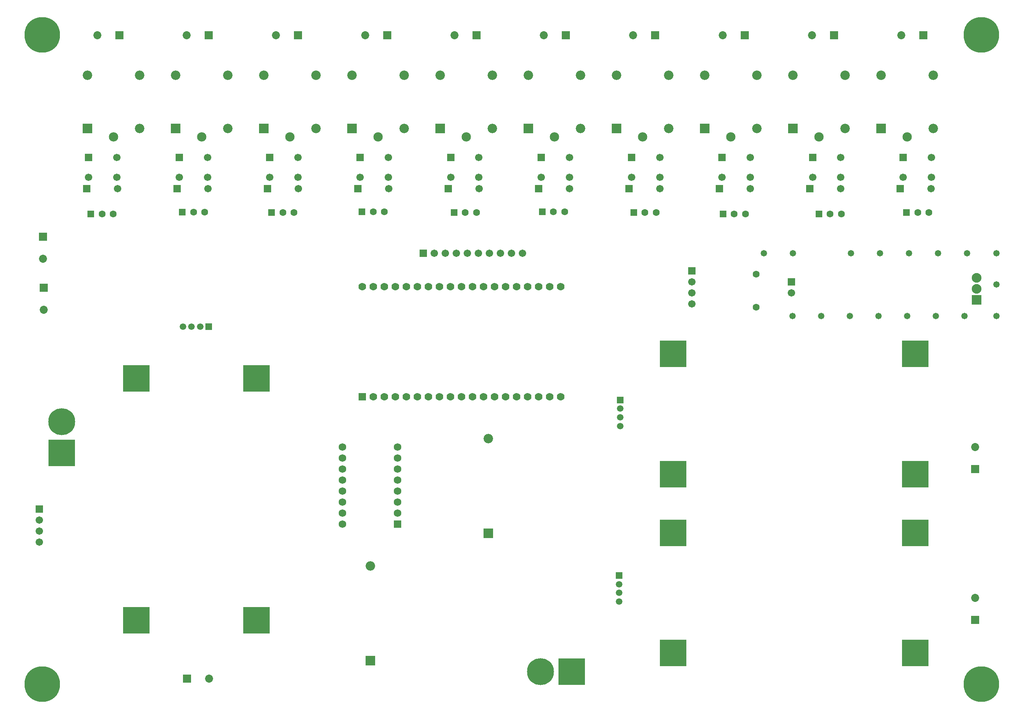
<source format=gbr>
%TF.GenerationSoftware,Altium Limited,Altium Designer,22.1.2 (22)*%
G04 Layer_Color=16711935*
%FSLAX45Y45*%
%MOMM*%
%TF.SameCoordinates,97720CCC-B93B-4F85-99AC-C394CD96EF65*%
%TF.FilePolarity,Negative*%
%TF.FileFunction,Soldermask,Bot*%
%TF.Part,Single*%
G01*
G75*
%TA.AperFunction,ComponentPad*%
%ADD50C,2.18320*%
%ADD51C,2.13820*%
%ADD52R,2.18320X2.18320*%
%ADD53C,1.70120*%
%ADD54R,1.70120X1.70120*%
%ADD55C,8.20320*%
%ADD56C,1.60320*%
%ADD57R,1.70320X1.70320*%
%ADD58C,1.70320*%
%ADD59R,1.73320X1.73320*%
%ADD60C,1.73320*%
%ADD61R,1.70320X1.70320*%
%ADD62R,2.24320X2.24320*%
%ADD63C,2.24320*%
%ADD64R,1.85320X1.85320*%
%ADD65C,1.85320*%
%ADD66C,1.51120*%
%ADD67R,1.51120X1.51120*%
%ADD68R,1.85320X1.85320*%
%ADD69C,6.20320*%
%ADD70R,6.20320X6.20320*%
%ADD71R,1.60320X1.60320*%
%ADD72R,6.20320X6.20320*%
%ADD73R,1.76320X1.76320*%
%ADD74C,1.76320*%
%ADD75R,1.51120X1.51120*%
%TA.AperFunction,ViaPad*%
%ADD76C,1.47320*%
D50*
X4365700Y4762900D02*
D03*
X5565700D02*
D03*
Y3542900D02*
D03*
X-3762300Y4762900D02*
D03*
X-2562300D02*
D03*
Y3542900D02*
D03*
X-5794300Y4762900D02*
D03*
X-4594300D02*
D03*
Y3542900D02*
D03*
X-10690300D02*
D03*
Y4762900D02*
D03*
X-11890300D02*
D03*
X-4686300Y-3619700D02*
D03*
X3533700Y3542900D02*
D03*
Y4762900D02*
D03*
X2333700D02*
D03*
X-530300Y3542900D02*
D03*
Y4762900D02*
D03*
X-1730300D02*
D03*
X1501700Y3542900D02*
D03*
Y4762900D02*
D03*
X301700D02*
D03*
X-13922301D02*
D03*
X-12722300D02*
D03*
Y3542900D02*
D03*
X-8658300D02*
D03*
Y4762900D02*
D03*
X-9858300D02*
D03*
X-6626300Y3542900D02*
D03*
Y4762900D02*
D03*
X-7826300D02*
D03*
X-7404100Y-6553400D02*
D03*
D51*
X4965700Y3342900D02*
D03*
X-3162300D02*
D03*
X-5194300D02*
D03*
X-11290300D02*
D03*
X2933700D02*
D03*
X-1130300D02*
D03*
X901700D02*
D03*
X-13322301D02*
D03*
X-9258300D02*
D03*
X-7226300D02*
D03*
D52*
X4365700Y3542900D02*
D03*
X-3762300D02*
D03*
X-5794300D02*
D03*
X-11890300D02*
D03*
X-4686300Y-5803700D02*
D03*
X2333700Y3542900D02*
D03*
X-1730300D02*
D03*
X301700D02*
D03*
X-13922301D02*
D03*
X-9858300D02*
D03*
X-7826300D02*
D03*
X-7404100Y-8737400D02*
D03*
D53*
X-6990966Y2866600D02*
D03*
Y2416600D02*
D03*
X-7640966D02*
D03*
X2784255D02*
D03*
X3434255D02*
D03*
Y2866600D02*
D03*
X699210Y2416600D02*
D03*
X1349211D02*
D03*
Y2866600D02*
D03*
X-1385834Y2416600D02*
D03*
X-735833D02*
D03*
Y2866600D02*
D03*
X-2820878D02*
D03*
Y2416600D02*
D03*
X-3470878D02*
D03*
X-4905922Y2866600D02*
D03*
Y2416600D02*
D03*
X-5555922D02*
D03*
X-9726010D02*
D03*
X-9076010D02*
D03*
Y2866600D02*
D03*
X-11161054D02*
D03*
Y2416600D02*
D03*
X-11811054D02*
D03*
X-13896098D02*
D03*
X-13246098D02*
D03*
Y2866600D02*
D03*
X5519299D02*
D03*
Y2416600D02*
D03*
X4869299D02*
D03*
D54*
X-7640966Y2866600D02*
D03*
X2784255D02*
D03*
X699210D02*
D03*
X-1385834D02*
D03*
X-3470878D02*
D03*
X-5555922D02*
D03*
X-9726010D02*
D03*
X-11811054D02*
D03*
X-13896098D02*
D03*
X4869299D02*
D03*
D55*
X-14968600Y-9279000D02*
D03*
Y5697600D02*
D03*
X6675500Y-9279000D02*
D03*
Y5697600D02*
D03*
D56*
X1485900Y-584200D02*
D03*
Y177800D02*
D03*
X-3187700Y1612900D02*
D03*
X-2927700D02*
D03*
X-13589000Y1562100D02*
D03*
X-13328999D02*
D03*
X-11480800Y1611925D02*
D03*
X-11220800D02*
D03*
X-9423400Y1600200D02*
D03*
X-9163400D02*
D03*
X-7340600Y1612900D02*
D03*
X-7080600D02*
D03*
X-1079500Y1600200D02*
D03*
X-819500D02*
D03*
X5207000D02*
D03*
X5467000D02*
D03*
X-5219700D02*
D03*
X-4959700D02*
D03*
X977900Y1562100D02*
D03*
X1237900D02*
D03*
X3187700D02*
D03*
X3447700D02*
D03*
D57*
X-6184900Y660400D02*
D03*
X2718400Y2146300D02*
D03*
X635600D02*
D03*
X-13944000D02*
D03*
X-11861200D02*
D03*
X-1447200D02*
D03*
X-3530000D02*
D03*
X-5612800D02*
D03*
X-7695600D02*
D03*
X-9778400D02*
D03*
X4801200D02*
D03*
D58*
X-5930900Y660400D02*
D03*
X-5676900D02*
D03*
X-5422900D02*
D03*
X-5168900D02*
D03*
X-4914900D02*
D03*
X-4660900D02*
D03*
X-4406900D02*
D03*
X-4152900D02*
D03*
X-3898900D02*
D03*
X2300000Y-254000D02*
D03*
X3428400Y2146300D02*
D03*
X1345600D02*
D03*
X-13234000D02*
D03*
X-11151200D02*
D03*
X-737200D02*
D03*
X-2820000D02*
D03*
X-4902800D02*
D03*
X-6985600D02*
D03*
X-9068400D02*
D03*
X5511200D02*
D03*
X0Y-508000D02*
D03*
Y-254000D02*
D03*
Y0D02*
D03*
X-15036800Y-6007100D02*
D03*
Y-5753100D02*
D03*
Y-5499100D02*
D03*
D59*
X-6781800Y-5588000D02*
D03*
D60*
Y-5334000D02*
D03*
Y-5080000D02*
D03*
Y-4826000D02*
D03*
Y-4572000D02*
D03*
Y-4318000D02*
D03*
Y-4064000D02*
D03*
Y-3810000D02*
D03*
X-8051800D02*
D03*
Y-4064000D02*
D03*
Y-4318000D02*
D03*
Y-4572000D02*
D03*
Y-4826000D02*
D03*
Y-5080000D02*
D03*
Y-5334000D02*
D03*
Y-5588000D02*
D03*
D61*
X2300000Y0D02*
D03*
X0Y254000D02*
D03*
X-15036800Y-5245100D02*
D03*
D62*
X6565900Y-419100D02*
D03*
D63*
Y-165100D02*
D03*
Y88900D02*
D03*
D64*
X5333999Y5689600D02*
D03*
X3275817D02*
D03*
X1217635D02*
D03*
X-11633200Y-9156700D02*
D03*
X-13189639Y5689600D02*
D03*
X-11131458D02*
D03*
X-9073275D02*
D03*
X-7015093D02*
D03*
X-4956911D02*
D03*
X-2898729D02*
D03*
X-840547D02*
D03*
D65*
X4825999D02*
D03*
X2767817D02*
D03*
X709635D02*
D03*
X-14935201Y-647700D02*
D03*
X-11125200Y-9156700D02*
D03*
X-13697639Y5689600D02*
D03*
X-11639458D02*
D03*
X-9581275D02*
D03*
X-7523093D02*
D03*
X-5464911D02*
D03*
X-3406729D02*
D03*
X-1348547D02*
D03*
X6527800Y-7289800D02*
D03*
X-14947900Y533400D02*
D03*
X6527800Y-3810000D02*
D03*
D66*
X-11728400Y-1032090D02*
D03*
X-11528400D02*
D03*
X-11328400D02*
D03*
X-1673010Y-6975500D02*
D03*
Y-7175500D02*
D03*
Y-7375500D02*
D03*
X-1647610Y-2924200D02*
D03*
Y-3124200D02*
D03*
Y-3324200D02*
D03*
D67*
X-11128400Y-1032090D02*
D03*
D68*
X-14935201Y-139700D02*
D03*
X6527800Y-7797800D02*
D03*
X-14947900Y1041400D02*
D03*
X6527800Y-4318000D02*
D03*
D69*
X-14517999Y-3226800D02*
D03*
X-3484200Y-8989600D02*
D03*
D70*
X-14517999Y-3946800D02*
D03*
X-427800Y-8560500D02*
D03*
Y-5790500D02*
D03*
X5152200Y-8560500D02*
D03*
Y-5790500D02*
D03*
X-427800Y-4433000D02*
D03*
Y-1663000D02*
D03*
X5152200Y-4433000D02*
D03*
Y-1663000D02*
D03*
D71*
X-3447700Y1612900D02*
D03*
X-13849001Y1562100D02*
D03*
X-11740800Y1611925D02*
D03*
X-9683400Y1600200D02*
D03*
X-7600600Y1612900D02*
D03*
X-1339500Y1600200D02*
D03*
X4947000D02*
D03*
X-5479700D02*
D03*
X717900Y1562100D02*
D03*
X2927700D02*
D03*
D72*
X-2764200Y-8989600D02*
D03*
X-12802299Y-2226500D02*
D03*
X-10032300D02*
D03*
X-12802299Y-7806500D02*
D03*
X-10032300D02*
D03*
D73*
X-7589400Y-2654300D02*
D03*
D74*
X-7335400D02*
D03*
X-3017400D02*
D03*
X-7081400D02*
D03*
X-6827400D02*
D03*
X-6573400D02*
D03*
X-6319400D02*
D03*
X-6065400D02*
D03*
X-5811400D02*
D03*
X-5557400D02*
D03*
X-5303400D02*
D03*
X-5049400D02*
D03*
X-4795400D02*
D03*
X-4541400D02*
D03*
X-4287400D02*
D03*
X-4033400D02*
D03*
X-3779400D02*
D03*
X-3525400D02*
D03*
X-3271400D02*
D03*
X-7589400Y-114300D02*
D03*
X-7335400D02*
D03*
X-7081400D02*
D03*
X-6827400D02*
D03*
X-6573400D02*
D03*
X-6319400D02*
D03*
X-6065400D02*
D03*
X-5811400D02*
D03*
X-5557400D02*
D03*
X-5303400D02*
D03*
X-5049400D02*
D03*
X-4795400D02*
D03*
X-4541400D02*
D03*
X-4287400D02*
D03*
X-4033400D02*
D03*
X-3779400D02*
D03*
X-3525400D02*
D03*
X-3271400D02*
D03*
X-3017400D02*
D03*
D75*
X-1673010Y-6775500D02*
D03*
X-1647610Y-2724200D02*
D03*
D76*
X3668712Y660400D02*
D03*
X7023100D02*
D03*
X4965699Y-787400D02*
D03*
X6286498D02*
D03*
X7023100Y-63500D02*
D03*
Y-787400D02*
D03*
X5626098D02*
D03*
X4305299D02*
D03*
X3644899D02*
D03*
X2984499D02*
D03*
X2324100D02*
D03*
X6342061Y660400D02*
D03*
X5673723D02*
D03*
X5005386D02*
D03*
X4337049D02*
D03*
X2332037D02*
D03*
X1663700D02*
D03*
%TF.MD5,c2dec01a759cac41be54cc53971585fe*%
M02*

</source>
